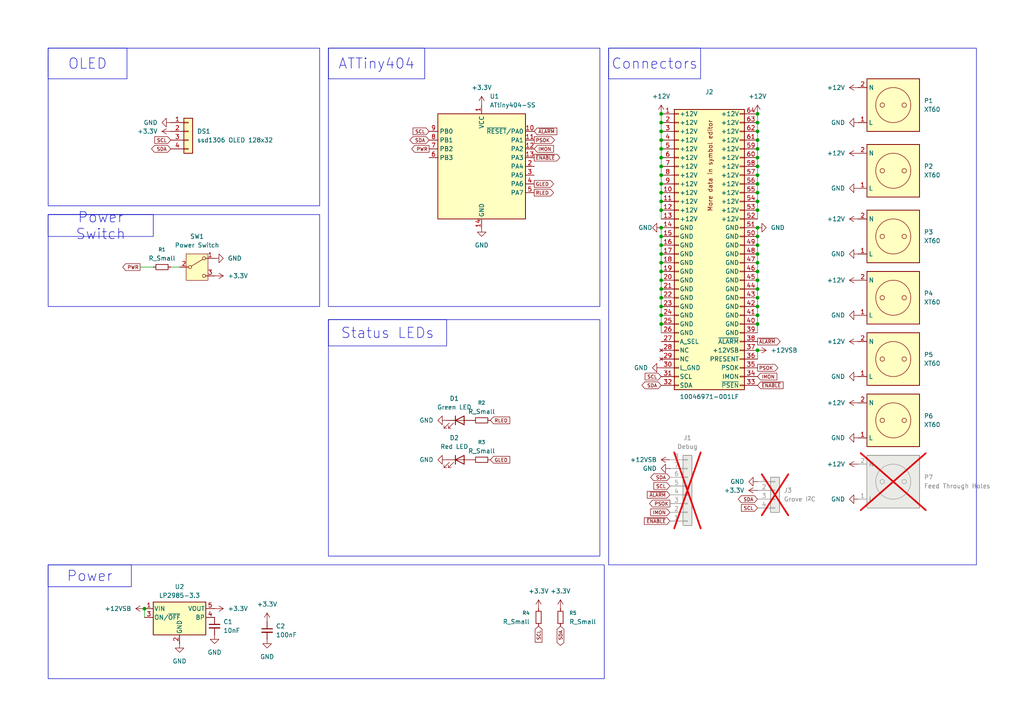
<source format=kicad_sch>
(kicad_sch (version 20250114) (generator "eeschema") (generator_version "9.0")
  (paper "A4")
  (lib_symbols
    (symbol "Connector:Conn_Plug_2P"
      (property "Reference" "P" (at -7.112 8.636 0))
      (property "Value" "Conn_Plug_2P" (at 0.254 -8.89 0))
      (symbol "Conn_Plug_2P_0_1"
        (circle (center 0 0) (radius 5.08))
      )
      (symbol "Conn_Plug_2P_1_1"
        (rectangle (start -7.62 7.62) (end 7.62 -7.62) (stroke (width 0.254)) (fill (type background)))
        (circle (center -3.175 0) (radius 0.635))
        (circle (center 3.175 0) (radius 0.635))
        (pin power_in line (at 10.16 5.08 180) (length 2.54) (name "L") (number "1"))
        (pin power_out line (at 10.16 -5.08 180) (length 2.54) (name "N") (number "2"))
      )
    )
    (symbol "Connector_Generic:Conn_01x04" (pin_names (offset 1.016) (hide yes))
      (property "Reference" "J" (at 0 5.08 0))
      (property "Value" "Conn_01x04" (at 0 -7.62 0))
      (symbol "Conn_01x04_1_1"
        (rectangle (start -1.27 3.81) (end 1.27 -6.35) (stroke (width 0.254)) (fill (type background)))
        (rectangle (start -1.27 2.667) (end 0 2.413) (stroke (width 0.1524)))
        (rectangle (start -1.27 0.127) (end 0 -0.127) (stroke (width 0.1524)))
        (rectangle (start -1.27 -2.413) (end 0 -2.667) (stroke (width 0.1524)))
        (rectangle (start -1.27 -4.953) (end 0 -5.207) (stroke (width 0.1524)))
        (pin passive line (at -5.08 2.54 0) (length 3.81) (name "Pin_1") (number "1"))
        (pin passive line (at -5.08 0 0) (length 3.81) (name "Pin_2") (number "2"))
        (pin passive line (at -5.08 -2.54 0) (length 3.81) (name "Pin_3") (number "3"))
        (pin passive line (at -5.08 -5.08 0) (length 3.81) (name "Pin_4") (number "4"))
      )
    )
    (symbol "Connector_Generic:Conn_01x08" (pin_names (offset 1.016) (hide yes))
      (property "Reference" "J" (at 0 10.16 0))
      (property "Value" "Conn_01x08" (at 0 -12.7 0))
      (symbol "Conn_01x08_1_1"
        (rectangle (start -1.27 8.89) (end 1.27 -11.43) (stroke (width 0.254)) (fill (type background)))
        (rectangle (start -1.27 7.747) (end 0 7.493) (stroke (width 0.1524)))
        (rectangle (start -1.27 5.207) (end 0 4.953) (stroke (width 0.1524)))
        (rectangle (start -1.27 2.667) (end 0 2.413) (stroke (width 0.1524)))
        (rectangle (start -1.27 0.127) (end 0 -0.127) (stroke (width 0.1524)))
        (rectangle (start -1.27 -2.413) (end 0 -2.667) (stroke (width 0.1524)))
        (rectangle (start -1.27 -4.953) (end 0 -5.207) (stroke (width 0.1524)))
        (rectangle (start -1.27 -7.493) (end 0 -7.747) (stroke (width 0.1524)))
        (rectangle (start -1.27 -10.033) (end 0 -10.287) (stroke (width 0.1524)))
        (pin passive line (at -5.08 7.62 0) (length 3.81) (name "Pin_1") (number "1"))
        (pin passive line (at -5.08 5.08 0) (length 3.81) (name "Pin_2") (number "2"))
        (pin passive line (at -5.08 2.54 0) (length 3.81) (name "Pin_3") (number "3"))
        (pin passive line (at -5.08 0 0) (length 3.81) (name "Pin_4") (number "4"))
        (pin passive line (at -5.08 -2.54 0) (length 3.81) (name "Pin_5") (number "5"))
        (pin passive line (at -5.08 -5.08 0) (length 3.81) (name "Pin_6") (number "6"))
        (pin passive line (at -5.08 -7.62 0) (length 3.81) (name "Pin_7") (number "7"))
        (pin passive line (at -5.08 -10.16 0) (length 3.81) (name "Pin_8") (number "8"))
      )
    )
    (symbol "Device:C_Small" (pin_numbers (hide yes)) (pin_names (offset 0.254) (hide yes))
      (property "Reference" "C" (at 0.254 1.778 0))
      (property "Value" "C_Small" (at 0.254 -2.032 0))
      (symbol "C_Small_0_1"
        (polyline (pts (xy -1.524 0.508) (xy 1.524 0.508)) (stroke (width 0.3048)))
        (polyline (pts (xy -1.524 -0.508) (xy 1.524 -0.508)) (stroke (width 0.3302)))
      )
      (symbol "C_Small_1_1"
        (pin passive line (at 0 2.54 270) (length 2.032) (name "~") (number "1"))
        (pin passive line (at 0 -2.54 90) (length 2.032) (name "~") (number "2"))
      )
    )
    (symbol "Device:LED" (pin_numbers (hide yes)) (pin_names (offset 1.016) (hide yes))
      (property "Reference" "D" (at 0 2.54 0))
      (property "Value" "LED" (at 0 -2.54 0))
      (symbol "LED_0_1"
        (polyline (pts (xy -3.048 -0.762) (xy -4.572 -2.286) (xy -3.81 -2.286) (xy -4.572 -2.286) (xy -4.572 -1.524)))
        (polyline (pts (xy -1.778 -0.762) (xy -3.302 -2.286) (xy -2.54 -2.286) (xy -3.302 -2.286) (xy -3.302 -1.524)))
        (polyline (pts (xy -1.27 0) (xy 1.27 0)))
        (polyline (pts (xy -1.27 -1.27) (xy -1.27 1.27)) (stroke (width 0.254)))
        (polyline (pts (xy 1.27 -1.27) (xy 1.27 1.27) (xy -1.27 0) (xy 1.27 -1.27)) (stroke (width 0.254)))
      )
      (symbol "LED_1_1"
        (pin passive line (at -3.81 0 0) (length 2.54) (name "K") (number "1"))
        (pin passive line (at 3.81 0 180) (length 2.54) (name "A") (number "2"))
      )
    )
    (symbol "Device:R_Small" (pin_numbers (hide yes)) (pin_names (offset 0.254) (hide yes))
      (property "Reference" "R" (at 0 0 90))
      (property "Value" "R_Small" (at 1.778 0 90))
      (symbol "R_Small_0_1"
        (rectangle (start -0.762 1.778) (end 0.762 -1.778) (stroke (width 0.2032)))
      )
      (symbol "R_Small_1_1"
        (pin passive line (at 0 2.54 270) (length 0.762) (name "~") (number "1"))
        (pin passive line (at 0 -2.54 90) (length 0.762) (name "~") (number "2"))
      )
    )
    (symbol "Local:DPS-1200FB A" (pin_names (offset 1.524)) (exclude_from_sim yes) (in_bom no) (on_board no)
      (property "Reference" "J" (at 1.27 40.64 0))
      (property "Value" "DPS-1200FB A" (at 1.27 -43.942 0))
      (symbol "DPS-1200FB A_1_1"
        (rectangle (start -8.89 39.37) (end 11.43 -41.91) (stroke (width 0.254)) (fill (type background)))
        (rectangle (start -8.89 38.227) (end -7.62 37.973) (stroke (width 0.1524)))
        (rectangle (start -8.89 35.687) (end -7.62 35.433) (stroke (width 0.1524)))
        (rectangle (start -8.89 33.147) (end -7.62 32.893) (stroke (width 0.1524)))
        (rectangle (start -8.89 30.607) (end -7.62 30.353) (stroke (width 0.1524)))
        (rectangle (start -8.89 28.067) (end -7.62 27.813) (stroke (width 0.1524)))
        (rectangle (start -8.89 25.527) (end -7.62 25.273) (stroke (width 0.1524)))
        (rectangle (start -8.89 22.987) (end -7.62 22.733) (stroke (width 0.1524)))
        (rectangle (start -8.89 20.447) (end -7.62 20.193) (stroke (width 0.1524)))
        (rectangle (start -8.89 17.907) (end -7.62 17.653) (stroke (width 0.1524)))
        (rectangle (start -8.89 15.367) (end -7.62 15.113) (stroke (width 0.1524)))
        (rectangle (start -8.89 12.827) (end -7.62 12.573) (stroke (width 0.1524)))
        (rectangle (start -8.89 10.287) (end -7.62 10.033) (stroke (width 0.1524)))
        (rectangle (start -8.89 7.747) (end -7.62 7.493) (stroke (width 0.1524)))
        (rectangle (start -8.89 5.207) (end -7.62 4.953) (stroke (width 0.1524)))
        (rectangle (start -8.89 2.667) (end -7.62 2.413) (stroke (width 0.1524)))
        (rectangle (start -8.89 0.127) (end -7.62 -0.127) (stroke (width 0.1524)))
        (rectangle (start -8.89 -2.413) (end -7.62 -2.667) (stroke (width 0.1524)))
        (rectangle (start -8.89 -4.953) (end -7.62 -5.207) (stroke (width 0.1524)))
        (rectangle (start -8.89 -7.493) (end -7.62 -7.747) (stroke (width 0.1524)))
        (rectangle (start -8.89 -10.033) (end -7.62 -10.287) (stroke (width 0.1524)))
        (rectangle (start -8.89 -12.573) (end -7.62 -12.827) (stroke (width 0.1524)))
        (rectangle (start -8.89 -15.113) (end -7.62 -15.367) (stroke (width 0.1524)))
        (rectangle (start -8.89 -17.653) (end -7.62 -17.907) (stroke (width 0.1524)))
        (rectangle (start -8.89 -20.193) (end -7.62 -20.447) (stroke (width 0.1524)))
        (rectangle (start -8.89 -22.733) (end -7.62 -22.987) (stroke (width 0.1524)))
        (rectangle (start -8.89 -25.273) (end -7.62 -25.527) (stroke (width 0.1524)))
        (rectangle (start -8.89 -27.813) (end -7.62 -28.067) (stroke (width 0.1524)))
        (rectangle (start -8.89 -30.353) (end -7.62 -30.607) (stroke (width 0.1524)))
        (rectangle (start -8.89 -32.893) (end -7.62 -33.147) (stroke (width 0.1524)))
        (rectangle (start -8.89 -35.433) (end -7.62 -35.687) (stroke (width 0.1524)))
        (rectangle (start -8.89 -37.973) (end -7.62 -38.227) (stroke (width 0.1524)))
        (rectangle (start -8.89 -40.513) (end -7.62 -40.767) (stroke (width 0.1524)))
        (rectangle (start 11.43 38.227) (end 10.16 37.973) (stroke (width 0.1524)))
        (rectangle (start 11.43 35.687) (end 10.16 35.433) (stroke (width 0.1524)))
        (rectangle (start 11.43 33.147) (end 10.16 32.893) (stroke (width 0.1524)))
        (rectangle (start 11.43 30.607) (end 10.16 30.353) (stroke (width 0.1524)))
        (rectangle (start 11.43 28.067) (end 10.16 27.813) (stroke (width 0.1524)))
        (rectangle (start 11.43 25.527) (end 10.16 25.273) (stroke (width 0.1524)))
        (rectangle (start 11.43 22.987) (end 10.16 22.733) (stroke (width 0.1524)))
        (rectangle (start 11.43 20.447) (end 10.16 20.193) (stroke (width 0.1524)))
        (rectangle (start 11.43 17.907) (end 10.16 17.653) (stroke (width 0.1524)))
        (rectangle (start 11.43 15.367) (end 10.16 15.113) (stroke (width 0.1524)))
        (rectangle (start 11.43 12.827) (end 10.16 12.573) (stroke (width 0.1524)))
        (rectangle (start 11.43 10.287) (end 10.16 10.033) (stroke (width 0.1524)))
        (rectangle (start 11.43 7.747) (end 10.16 7.493) (stroke (width 0.1524)))
        (rectangle (start 11.43 5.207) (end 10.16 4.953) (stroke (width 0.1524)))
        (rectangle (start 11.43 2.667) (end 10.16 2.413) (stroke (width 0.1524)))
        (rectangle (start 11.43 0.127) (end 10.16 -0.127) (stroke (width 0.1524)))
        (rectangle (start 11.43 -2.413) (end 10.16 -2.667) (stroke (width 0.1524)))
        (rectangle (start 11.43 -4.953) (end 10.16 -5.207) (stroke (width 0.1524)))
        (rectangle (start 11.43 -7.493) (end 10.16 -7.747) (stroke (width 0.1524)))
        (rectangle (start 11.43 -10.033) (end 10.16 -10.287) (stroke (width 0.1524)))
        (rectangle (start 11.43 -12.573) (end 10.16 -12.827) (stroke (width 0.1524)))
        (rectangle (start 11.43 -15.113) (end 10.16 -15.367) (stroke (width 0.1524)))
        (rectangle (start 11.43 -17.653) (end 10.16 -17.907) (stroke (width 0.1524)))
        (rectangle (start 11.43 -20.193) (end 10.16 -20.447) (stroke (width 0.1524)))
        (rectangle (start 11.43 -22.733) (end 10.16 -22.987) (stroke (width 0.1524)))
        (rectangle (start 11.43 -25.273) (end 10.16 -25.527) (stroke (width 0.1524)))
        (rectangle (start 11.43 -27.813) (end 10.16 -28.067) (stroke (width 0.1524)))
        (rectangle (start 11.43 -30.353) (end 10.16 -30.607) (stroke (width 0.1524)))
        (rectangle (start 11.43 -32.893) (end 10.16 -33.147) (stroke (width 0.1524)))
        (rectangle (start 11.43 -35.433) (end 10.16 -35.687) (stroke (width 0.1524)))
        (rectangle (start 11.43 -37.973) (end 10.16 -38.227) (stroke (width 0.1524)))
        (rectangle (start 11.43 -40.513) (end 10.16 -40.767) (stroke (width 0.1524)))
        (text private "1-13\n52-64\n14-26\n39-51\n27\n28-29\n30\n31\n32\n32\n34\n35\n36\n37\n38" (at -10.16 -47.244 0) (effects (font (size 1.27 1.27)) (justify right top)))
        (text private "+12V Main Output\n+12V Main Output\nGround Main Output\nGround Main Output\nPMBus/I²C Address select\nNot Connected\nLogic Ground (+3.3V)\nSCL  I²C communication (PMBus)\nSDA  I²C communication (PMBus)\nEN   PS Enable, Active Low\nIMON Current Monitor\nPSOK Power-good status output\nPRESENT, enable turn-on, Active Low\nStandby 12 V always on\nPSU Alarm Output, Active Low" (at -8.636 -47.244 0) (effects (font (size 1.27 1.27)) (justify left top)))
        (text "More data in symbol editor" (at 1.524 23.114 900) (effects (font (size 1.27 1.27))))
        (text private "How to Use / Power It On\n\nManual (quick) method:\n\nTie Pin 33 (EN) to GND (pin 30)\nTie Pin 36 (PRESENT) to 12 VSB (pin 37)\nThis lets the PSU turn on and provide 12 V on the main output pins \n\n\nRecommended (cleaner) method:\n\nUse 12 VSB (pin 37) to power your control logic (microcontroller or switch)\nPull EN (pin 33) low using logic output to GND\nSet PRESENT (pin 36) high (to 12 VSB) to signal presence and enable\nMonitor PSOK (pin 35) to know when output is stable\nOptionally use I²C lines (31/32) to read telemetry, control fans, etc" (at 61.468 21.59 0) (effects (font (size 1.27 1.27))))
        (text_box private "PSALARM = Active Low / signals faults via PMBus\n+12VSTDBY = always on 12V\nPRSNT = PS connected\nIMON = Current Sense (25mV/A above 3A)\nIMON allows load-balancing when paralleling multiple PSUs\n~{PSEN} = GND to turn on supply" (at -84.455 -3.175 0) (size 42.545 -26.67) (margins 1.016 1.016 1.016 1.016) (effects (font (size 1.27 1.27)) (justify left top)))
        (text_box private "Pin 33 (PS_ON / Remote Enable): Pull to GND to turn on PSU\nPin 36 (PRESENT / Sense): Needs short to GND for PSU to power up\nPin 30 (PWR_OK): Goes high (+3.3 V logic) when 12 V is stable\nPin 31 (SCL) & Pin 32 (SDA): I²C/SMBus (for monitoring, not required for normal use)\n\n# To Power On \nShort PS_ON (Pin 33) to GND.\nAlso connect PRESENT (Pin 36) to GND.\nPSU will then output +12.3 V (regulated)." (at -81.915 -40.64 0) (size 53.34 -34.925) (margins 1.016 1.016 1.016 1.016) (effects (font (size 1.27 1.27)) (justify left top)))
        (pin power_out line (at -12.7 38.1 0) (length 3.81) (name "+12V") (number "1"))
        (pin power_out line (at -12.7 35.56 0) (length 3.81) (name "+12V") (number "2"))
        (pin power_out line (at -12.7 33.02 0) (length 3.81) (name "+12V") (number "3"))
        (pin power_out line (at -12.7 30.48 0) (length 3.81) (name "+12V") (number "4"))
        (pin power_out line (at -12.7 27.94 0) (length 3.81) (name "+12V") (number "5"))
        (pin power_out line (at -12.7 25.4 0) (length 3.81) (name "+12V") (number "6"))
        (pin power_out line (at -12.7 22.86 0) (length 3.81) (name "+12V") (number "7"))
        (pin power_out line (at -12.7 20.32 0) (length 3.81) (name "+12V") (number "8"))
        (pin power_out line (at -12.7 17.78 0) (length 3.81) (name "+12V") (number "9"))
        (pin power_out line (at -12.7 15.24 0) (length 3.81) (name "+12V") (number "10"))
        (pin power_out line (at -12.7 12.7 0) (length 3.81) (name "+12V") (number "11"))
        (pin power_out line (at -12.7 10.16 0) (length 3.81) (name "+12V") (number "12"))
        (pin power_out line (at -12.7 7.62 0) (length 3.81) (name "+12V") (number "13"))
        (pin power_out line (at -12.7 5.08 0) (length 3.81) (name "GND") (number "14"))
        (pin power_out line (at -12.7 2.54 0) (length 3.81) (name "GND") (number "15"))
        (pin power_out line (at -12.7 0 0) (length 3.81) (name "GND") (number "16"))
        (pin power_out line (at -12.7 -2.54 0) (length 3.81) (name "GND") (number "17"))
        (pin power_out line (at -12.7 -5.08 0) (length 3.81) (name "GND") (number "18"))
        (pin power_out line (at -12.7 -7.62 0) (length 3.81) (name "GND") (number "19"))
        (pin power_out line (at -12.7 -10.16 0) (length 3.81) (name "GND") (number "20"))
        (pin power_out line (at -12.7 -12.7 0) (length 3.81) (name "GND") (number "21"))
        (pin power_out line (at -12.7 -15.24 0) (length 3.81) (name "GND") (number "22"))
        (pin power_out line (at -12.7 -17.78 0) (length 3.81) (name "GND") (number "23"))
        (pin power_out line (at -12.7 -20.32 0) (length 3.81) (name "GND") (number "24"))
        (pin power_out line (at -12.7 -22.86 0) (length 3.81) (name "GND") (number "25"))
        (pin power_out line (at -12.7 -25.4 0) (length 3.81) (name "GND") (number "26"))
        (pin input line (at -12.7 -27.94 0) (length 3.81) (name "A_SEL") (number "27"))
        (pin no_connect line (at -12.7 -30.48 0) (length 3.81) (name "NC") (number "28"))
        (pin no_connect line (at -12.7 -33.02 0) (length 3.81) (name "NC") (number "29"))
        (pin power_out line (at -12.7 -35.56 0) (length 3.81) (name "L_GND") (number "30"))
        (pin bidirectional line (at -12.7 -38.1 0) (length 3.81) (name "SCL") (number "31"))
        (pin bidirectional line (at -12.7 -40.64 0) (length 3.81) (name "SDA") (number "32"))
        (pin power_out line (at 15.24 38.1 180) (length 3.81) (name "+12V") (number "64"))
        (pin power_out line (at 15.24 35.56 180) (length 3.81) (name "+12V") (number "63"))
        (pin power_out line (at 15.24 33.02 180) (length 3.81) (name "+12V") (number "62"))
        (pin power_out line (at 15.24 30.48 180) (length 3.81) (name "+12V") (number "61"))
        (pin power_out line (at 15.24 27.94 180) (length 3.81) (name "+12V") (number "59"))
        (pin power_out line (at 15.24 25.4 180) (length 3.81) (name "+12V") (number "60"))
        (pin power_out line (at 15.24 22.86 180) (length 3.81) (name "+12V") (number "58"))
        (pin power_out line (at 15.24 20.32 180) (length 3.81) (name "+12V") (number "57"))
        (pin power_out line (at 15.24 17.78 180) (length 3.81) (name "+12V") (number "56"))
        (pin power_out line (at 15.24 15.24 180) (length 3.81) (name "+12V") (number "55"))
        (pin power_out line (at 15.24 12.7 180) (length 3.81) (name "+12V") (number "54"))
        (pin power_out line (at 15.24 10.16 180) (length 3.81) (name "+12V") (number "53"))
        (pin power_out line (at 15.24 7.62 180) (length 3.81) (name "+12V") (number "52"))
        (pin power_out line (at 15.24 5.08 180) (length 3.81) (name "GND") (number "51"))
        (pin power_out line (at 15.24 2.54 180) (length 3.81) (name "GND") (number "50"))
        (pin power_out line (at 15.24 0 180) (length 3.81) (name "GND") (number "49"))
        (pin power_out line (at 15.24 -2.54 180) (length 3.81) (name "GND") (number "48"))
        (pin power_out line (at 15.24 -5.08 180) (length 3.81) (name "GND") (number "47"))
        (pin power_out line (at 15.24 -7.62 180) (length 3.81) (name "GND") (number "46"))
        (pin power_out line (at 15.24 -10.16 180) (length 3.81) (name "GND") (number "45"))
        (pin power_out line (at 15.24 -12.7 180) (length 3.81) (name "GND") (number "44"))
        (pin power_out line (at 15.24 -15.24 180) (length 3.81) (name "GND") (number "43"))
        (pin power_out line (at 15.24 -17.78 180) (length 3.81) (name "GND") (number "42"))
        (pin power_out line (at 15.24 -20.32 180) (length 3.81) (name "GND") (number "41"))
        (pin power_out line (at 15.24 -22.86 180) (length 3.81) (name "GND") (number "40"))
        (pin power_out line (at 15.24 -25.4 180) (length 3.81) (name "GND") (number "39"))
        (pin output line (at 15.24 -27.94 180) (length 3.81) (name "~{ALARM}") (number "38"))
        (pin power_out line (at 15.24 -30.48 180) (length 3.81) (name "+12VSB") (number "37"))
        (pin input line (at 15.24 -33.02 180) (length 3.81) (name "PRESENT") (number "36"))
        (pin output line (at 15.24 -35.56 180) (length 3.81) (name "PSOK") (number "35"))
        (pin bidirectional line (at 15.24 -38.1 180) (length 3.81) (name "IMON") (number "34"))
        (pin input line (at 15.24 -40.64 180) (length 3.81) (name "~{PSEN}") (number "33"))
      )
    )
    (symbol "MCU_Microchip_ATtiny:ATtiny404-SS"
      (property "Reference" "U" (at -12.7 16.51 0))
      (property "Value" "ATtiny404-SS" (at 2.54 -16.51 0))
      (symbol "ATtiny404-SS_0_1"
        (rectangle (start -12.7 -15.24) (end 12.7 15.24) (stroke (width 0.254)) (fill (type background)))
      )
      (symbol "ATtiny404-SS_1_1"
        (pin bidirectional line (at -15.24 10.16 0) (length 2.54) (name "PB0") (number "9"))
        (pin bidirectional line (at -15.24 7.62 0) (length 2.54) (name "PB1") (number "8"))
        (pin bidirectional line (at -15.24 5.08 0) (length 2.54) (name "PB2") (number "7"))
        (pin bidirectional line (at -15.24 2.54 0) (length 2.54) (name "PB3") (number "6"))
        (pin power_in line (at 0 17.78 270) (length 2.54) (name "VCC") (number "1"))
        (pin power_in line (at 0 -17.78 90) (length 2.54) (name "GND") (number "14"))
        (pin bidirectional line (at 15.24 10.16 180) (length 2.54) (name "~{RESET}/PA0") (number "10"))
        (pin bidirectional line (at 15.24 7.62 180) (length 2.54) (name "PA1") (number "11"))
        (pin bidirectional line (at 15.24 5.08 180) (length 2.54) (name "PA2") (number "12"))
        (pin bidirectional line (at 15.24 2.54 180) (length 2.54) (name "PA3") (number "13"))
        (pin bidirectional line (at 15.24 0 180) (length 2.54) (name "PA4") (number "2"))
        (pin bidirectional line (at 15.24 -2.54 180) (length 2.54) (name "PA5") (number "3"))
        (pin bidirectional line (at 15.24 -5.08 180) (length 2.54) (name "PA6") (number "4"))
        (pin bidirectional line (at 15.24 -7.62 180) (length 2.54) (name "PA7") (number "5"))
      )
    )
    (symbol "Regulator_Linear:LP2985-3.3" (pin_names (offset 0.254))
      (property "Reference" "U" (at -6.35 5.715 0))
      (property "Value" "LP2985-3.3" (at 0 5.715 0))
      (symbol "LP2985-3.3_0_1"
        (rectangle (start -7.62 -5.08) (end 7.62 4.445) (stroke (width 0.254)) (fill (type background)))
      )
      (symbol "LP2985-3.3_1_1"
        (pin power_in line (at -10.16 2.54 0) (length 2.54) (name "VIN") (number "1"))
        (pin input line (at -10.16 0 0) (length 2.54) (name "ON/~{OFF}") (number "3"))
        (pin power_in line (at 0 -7.62 90) (length 2.54) (name "GND") (number "2"))
        (pin power_out line (at 10.16 2.54 180) (length 2.54) (name "VOUT") (number "5"))
        (pin input line (at 10.16 0 180) (length 2.54) (name "BP") (number "4"))
      )
    )
    (symbol "Switch:SW_SPDT" (pin_names (offset 0) (hide yes))
      (property "Reference" "SW" (at 0 5.08 0))
      (property "Value" "SW_SPDT" (at 0 -5.08 0))
      (symbol "SW_SPDT_0_1"
        (circle (center -2.032 0) (radius 0.4572))
        (polyline (pts (xy -1.651 0.254) (xy 1.651 2.286)))
        (circle (center 2.032 2.54) (radius 0.4572))
        (circle (center 2.032 -2.54) (radius 0.4572))
      )
      (symbol "SW_SPDT_1_1"
        (rectangle (start -3.175 3.81) (end 3.175 -3.81) (fill (type background)))
        (pin passive line (at -5.08 0 0) (length 2.54) (name "B") (number "2"))
        (pin passive line (at 5.08 2.54 180) (length 2.54) (name "A") (number "1"))
        (pin passive line (at 5.08 -2.54 180) (length 2.54) (name "C") (number "3"))
      )
    )
    (symbol "power:+12C" (power) (pin_numbers (hide yes)) (pin_names (offset 0) (hide yes))
      (property "Value" "+12C" (at 0 3.556 0))
      (symbol "+12C_0_1"
        (polyline (pts (xy -0.762 1.27) (xy 0 2.54)))
        (polyline (pts (xy 0 2.54) (xy 0.762 1.27)))
        (polyline (pts (xy 0 0) (xy 0 2.54)))
      )
      (symbol "+12C_1_1"
        (pin power_in line (at 0 0 90) (length 0) (name "~") (number "1"))
      )
    )
    (symbol "power:+12V" (power) (pin_numbers (hide yes)) (pin_names (offset 0) (hide yes))
      (property "Value" "+12V" (at 0 3.556 0))
      (symbol "+12V_0_1"
        (polyline (pts (xy -0.762 1.27) (xy 0 2.54)))
        (polyline (pts (xy 0 2.54) (xy 0.762 1.27)))
        (polyline (pts (xy 0 0) (xy 0 2.54)))
      )
      (symbol "+12V_1_1"
        (pin power_in line (at 0 0 90) (length 0) (name "~") (number "1"))
      )
    )
    (symbol "power:+3.3V" (power) (pin_numbers (hide yes)) (pin_names (offset 0) (hide yes))
      (property "Value" "+3.3V" (at 0 3.556 0))
      (symbol "+3.3V_0_1"
        (polyline (pts (xy -0.762 1.27) (xy 0 2.54)))
        (polyline (pts (xy 0 2.54) (xy 0.762 1.27)))
        (polyline (pts (xy 0 0) (xy 0 2.54)))
      )
      (symbol "+3.3V_1_1"
        (pin power_in line (at 0 0 90) (length 0) (name "~") (number "1"))
      )
    )
    (symbol "power:GND" (power) (pin_numbers (hide yes)) (pin_names (offset 0) (hide yes))
      (property "Value" "GND" (at 0 -3.81 0))
      (symbol "GND_0_1"
        (polyline (pts (xy 0 0) (xy 0 -1.27) (xy 1.27 -1.27) (xy 0 -2.54) (xy -1.27 -1.27) (xy 0 -1.27)))
      )
      (symbol "GND_1_1"
        (pin power_in line (at 0 0 270) (length 0) (name "~") (number "1"))
      )
    )
  )
  (rectangle (start 176.53 13.97) (end 283.21 163.83))
  (rectangle (start 13.97 13.97) (end 92.71 59.69))
  (rectangle (start 95.25 13.97) (end 173.99 88.9))
  (rectangle (start 13.97 163.83) (end 175.26 196.85))
  (rectangle (start 13.97 62.23) (end 92.71 88.9))
  (rectangle (start 95.25 92.71) (end 173.99 161.29))
  (text_box "Power" (at 13.97 163.83 0) (size 24.13 6.35) (margins 0.9525 0.9525 0.9525 0.9525) (effects (font (size 3 3))))
  (text_box "Connectors" (at 176.53 13.97 0) (size 26.67 8.89) (margins 0.9525 0.9525 0.9525 0.9525) (effects (font (size 3 3))))
  (text_box "OLED" (at 13.97 13.97 0) (size 22.86 8.89) (margins 0.9525 0.9525 0.9525 0.9525) (effects (font (size 3 3))))
  (text_box "ATTiny404" (at 95.25 13.97 0) (size 27.94 8.89) (margins 0.9525 0.9525 0.9525 0.9525) (effects (font (size 3 3))))
  (text_box "Status LEDs" (at 95.25 92.71 0) (size 34.29 7.62) (margins 0.9525 0.9525 0.9525 0.9525) (effects (font (size 3 3))))
  (text_box "Power Switch" (at 13.97 62.23 0) (size 30.48 6.35) (margins 0.9525 0.9525 0.9525 0.9525) (effects (font (size 3 3))))
  (junction (at 191.77 86.36))
  (junction (at 191.77 48.26))
  (junction (at 219.71 73.66))
  (junction (at 191.77 66.04))
  (junction (at 219.71 58.42))
  (junction (at 219.71 35.56))
  (junction (at 219.71 83.82))
  (junction (at 191.77 60.96))
  (junction (at 191.77 58.42))
  (junction (at 191.77 88.9))
  (junction (at 219.71 71.12))
  (junction (at 219.71 66.04))
  (junction (at 191.77 50.8))
  (junction (at 191.77 76.2))
  (junction (at 219.71 60.96))
  (junction (at 219.71 88.9))
  (junction (at 219.71 48.26))
  (junction (at 219.71 55.88))
  (junction (at 191.77 68.58))
  (junction (at 219.71 45.72))
  (junction (at 191.77 35.56))
  (junction (at 219.71 50.8))
  (junction (at 219.71 91.44))
  (junction (at 219.71 81.28))
  (junction (at 219.71 76.2))
  (junction (at 191.77 73.66))
  (junction (at 219.71 43.18))
  (junction (at 219.71 93.98))
  (junction (at 191.77 43.18))
  (junction (at 191.77 33.02))
  (junction (at 219.71 40.64))
  (junction (at 191.77 38.1))
  (junction (at 219.71 33.02))
  (junction (at 41.91 176.53))
  (junction (at 191.77 78.74))
  (junction (at 191.77 55.88))
  (junction (at 219.71 53.34))
  (junction (at 191.77 91.44))
  (junction (at 191.77 53.34))
  (junction (at 191.77 93.98))
  (junction (at 191.77 83.82))
  (junction (at 219.71 101.6))
  (junction (at 191.77 45.72))
  (junction (at 219.71 78.74))
  (junction (at 219.71 38.1))
  (junction (at 191.77 71.12))
  (junction (at 191.77 40.64))
  (junction (at 219.71 86.36))
  (junction (at 219.71 68.58))
  (junction (at 191.77 81.28))
  (wire (pts (xy 219.71 68.58) (xy 219.71 71.12)))
  (wire (pts (xy 191.77 45.72) (xy 191.77 48.26)))
  (wire (pts (xy 40.64 77.47) (xy 44.45 77.47)))
  (wire (pts (xy 191.77 48.26) (xy 191.77 50.8)))
  (wire (pts (xy 191.77 58.42) (xy 191.77 60.96)))
  (wire (pts (xy 219.71 101.6) (xy 219.71 104.14)))
  (wire (pts (xy 219.71 88.9) (xy 219.71 91.44)))
  (wire (pts (xy 191.77 53.34) (xy 191.77 55.88)))
  (wire (pts (xy 219.71 66.04) (xy 219.71 68.58)))
  (wire (pts (xy 219.71 35.56) (xy 219.71 38.1)))
  (wire (pts (xy 191.77 43.18) (xy 191.77 45.72)))
  (wire (pts (xy 191.77 81.28) (xy 191.77 83.82)))
  (wire (pts (xy 219.71 93.98) (xy 219.71 96.52)))
  (wire (pts (xy 191.77 66.04) (xy 191.77 68.58)))
  (wire (pts (xy 49.53 77.47) (xy 52.07 77.47)))
  (wire (pts (xy 191.77 68.58) (xy 191.77 71.12)))
  (wire (pts (xy 191.77 40.64) (xy 191.77 43.18)))
  (wire (pts (xy 219.71 83.82) (xy 219.71 86.36)))
  (wire (pts (xy 191.77 55.88) (xy 191.77 58.42)))
  (wire (pts (xy 191.77 35.56) (xy 191.77 38.1)))
  (wire (pts (xy 219.71 78.74) (xy 219.71 81.28)))
  (wire (pts (xy 219.71 81.28) (xy 219.71 83.82)))
  (wire (pts (xy 219.71 50.8) (xy 219.71 53.34)))
  (wire (pts (xy 191.77 33.02) (xy 191.77 35.56)))
  (wire (pts (xy 219.71 71.12) (xy 219.71 73.66)))
  (wire (pts (xy 219.71 58.42) (xy 219.71 60.96)))
  (wire (pts (xy 191.77 86.36) (xy 191.77 88.9)))
  (wire (pts (xy 191.77 73.66) (xy 191.77 76.2)))
  (wire (pts (xy 219.71 73.66) (xy 219.71 76.2)))
  (wire (pts (xy 191.77 71.12) (xy 191.77 73.66)))
  (wire (pts (xy 41.91 176.53) (xy 41.91 179.07)))
  (wire (pts (xy 219.71 33.02) (xy 219.71 35.56)))
  (wire (pts (xy 219.71 45.72) (xy 219.71 48.26)))
  (wire (pts (xy 219.71 60.96) (xy 219.71 63.5)))
  (wire (pts (xy 191.77 50.8) (xy 191.77 53.34)))
  (wire (pts (xy 191.77 88.9) (xy 191.77 91.44)))
  (wire (pts (xy 219.71 40.64) (xy 219.71 43.18)))
  (wire (pts (xy 191.77 76.2) (xy 191.77 78.74)))
  (wire (pts (xy 219.71 43.18) (xy 219.71 45.72)))
  (wire (pts (xy 191.77 38.1) (xy 191.77 40.64)))
  (wire (pts (xy 219.71 48.26) (xy 219.71 50.8)))
  (wire (pts (xy 219.71 91.44) (xy 219.71 93.98)))
  (wire (pts (xy 219.71 76.2) (xy 219.71 78.74)))
  (wire (pts (xy 219.71 38.1) (xy 219.71 40.64)))
  (wire (pts (xy 219.71 53.34) (xy 219.71 55.88)))
  (wire (pts (xy 219.71 55.88) (xy 219.71 58.42)))
  (wire (pts (xy 191.77 60.96) (xy 191.77 63.5)))
  (wire (pts (xy 191.77 83.82) (xy 191.77 86.36)))
  (wire (pts (xy 191.77 78.74) (xy 191.77 81.28)))
  (wire (pts (xy 219.71 86.36) (xy 219.71 88.9)))
  (wire (pts (xy 191.77 93.98) (xy 191.77 96.52)))
  (wire (pts (xy 191.77 91.44) (xy 191.77 93.98)))
  (global_label "~{ALARM}" (shape output) (at 219.71 99.06 0) (effects (font (size 1 1))) (property "Intersheetrefs" "${INTERSHEET_REFS}" (effects (hide yes))))
  (global_label "RLED" (shape input) (at 142.24 121.92 0) (effects (font (size 1 1))) (property "Intersheetrefs" "${INTERSHEET_REFS}" (effects (hide yes))))
  (global_label "SDA" (shape bidirectional) (at 191.77 111.76 180) (effects (font (size 1 1))) (property "Intersheetrefs" "${INTERSHEET_REFS}" (effects (hide yes))))
  (global_label "IMON" (shape input) (at 154.94 43.18 0) (effects (font (size 1 1))) (property "Intersheetrefs" "${INTERSHEET_REFS}" (effects (hide yes))))
  (global_label "~{ALARM}" (shape input) (at 154.94 38.1 0) (effects (font (size 1 1))) (property "Intersheetrefs" "${INTERSHEET_REFS}" (effects (hide yes))))
  (global_label "SDA" (shape bidirectional) (at 124.46 40.64 180) (effects (font (size 1 1))) (property "Intersheetrefs" "${INTERSHEET_REFS}" (effects (hide yes))))
  (global_label "RLED" (shape output) (at 154.94 55.88 0) (effects (font (size 1 1))) (property "Intersheetrefs" "${INTERSHEET_REFS}" (effects (hide yes))))
  (global_label "IMON" (shape input) (at 219.71 109.22 0) (effects (font (size 1 1))) (property "Intersheetrefs" "${INTERSHEET_REFS}" (effects (hide yes))))
  (global_label "SCL" (shape input) (at 194.31 140.97 180) (effects (font (size 1 1))) (property "Intersheetrefs" "${INTERSHEET_REFS}" (effects (hide yes))))
  (global_label "SCL" (shape input) (at 156.21 181.61 270) (effects (font (size 1 1))) (property "Intersheetrefs" "${INTERSHEET_REFS}" (effects (hide yes))))
  (global_label "SDA" (shape bidirectional) (at 194.31 138.43 180) (effects (font (size 1 1))) (property "Intersheetrefs" "${INTERSHEET_REFS}" (effects (hide yes))))
  (global_label "SCL" (shape input) (at 124.46 38.1 180) (effects (font (size 1 1))) (property "Intersheetrefs" "${INTERSHEET_REFS}" (effects (hide yes))))
  (global_label "~{ENABLE}" (shape input) (at 219.71 111.76 0) (effects (font (size 1 1))) (property "Intersheetrefs" "${INTERSHEET_REFS}" (effects (hide yes))))
  (global_label "~{ALARM}" (shape input) (at 194.31 143.51 180) (effects (font (size 1 1))) (property "Intersheetrefs" "${INTERSHEET_REFS}" (effects (hide yes))))
  (global_label "IMON" (shape input) (at 194.31 148.59 180) (effects (font (size 1 1))) (property "Intersheetrefs" "${INTERSHEET_REFS}" (effects (hide yes))))
  (global_label "~{ENABLE}" (shape output) (at 154.94 45.72 0) (effects (font (size 1 1))) (property "Intersheetrefs" "${INTERSHEET_REFS}" (effects (hide yes))))
  (global_label "SCL" (shape input) (at 191.77 109.22 180) (effects (font (size 1 1))) (property "Intersheetrefs" "${INTERSHEET_REFS}" (effects (hide yes))))
  (global_label "~{ENABLE}" (shape input) (at 194.31 151.13 180) (effects (font (size 1 1))) (property "Intersheetrefs" "${INTERSHEET_REFS}" (effects (hide yes))))
  (global_label "PSOK" (shape output) (at 194.31 146.05 180) (effects (font (size 1 1))) (property "Intersheetrefs" "${INTERSHEET_REFS}" (effects (hide yes))))
  (global_label "PWR" (shape output) (at 40.64 77.47 180) (effects (font (size 1 1))) (property "Intersheetrefs" "${INTERSHEET_REFS}" (effects (hide yes))))
  (global_label "PWR" (shape output) (at 124.46 43.18 180) (effects (font (size 1 1))) (property "Intersheetrefs" "${INTERSHEET_REFS}" (effects (hide yes))))
  (global_label "SDA" (shape bidirectional) (at 219.71 144.78 180) (effects (font (size 1 1))) (property "Intersheetrefs" "${INTERSHEET_REFS}" (effects (hide yes))))
  (global_label "GLED" (shape output) (at 154.94 53.34 0) (effects (font (size 1 1))) (property "Intersheetrefs" "${INTERSHEET_REFS}" (effects (hide yes))))
  (global_label "PSOK" (shape output) (at 219.71 106.68 0) (effects (font (size 1 1))) (property "Intersheetrefs" "${INTERSHEET_REFS}" (effects (hide yes))))
  (global_label "PSOK" (shape output) (at 154.94 40.64 0) (effects (font (size 1 1))) (property "Intersheetrefs" "${INTERSHEET_REFS}" (effects (hide yes))))
  (global_label "SDA" (shape bidirectional) (at 49.53 43.18 180) (effects (font (size 1 1))) (property "Intersheetrefs" "${INTERSHEET_REFS}" (effects (hide yes))))
  (global_label "SDA" (shape bidirectional) (at 162.56 181.61 270) (effects (font (size 1 1))) (property "Intersheetrefs" "${INTERSHEET_REFS}" (effects (hide yes))))
  (global_label "SCL" (shape input) (at 49.53 40.64 180) (effects (font (size 1 1))) (property "Intersheetrefs" "${INTERSHEET_REFS}" (effects (hide yes))))
  (global_label "SCL" (shape input) (at 219.71 147.32 180) (effects (font (size 1 1))) (property "Intersheetrefs" "${INTERSHEET_REFS}" (effects (hide yes))))
  (global_label "GLED" (shape input) (at 142.24 133.35 0) (effects (font (size 1 1))) (property "Intersheetrefs" "${INTERSHEET_REFS}" (effects (hide yes))))
  (symbol (lib_id "Connector:Conn_Plug_2P") (at 259.08 30.48 180) (unit 1)
    (property "Reference" "P1" (at 267.97 29.2099 0) (effects (justify right)))
    (property "Value" "XT60" (at 267.97 31.7499 0) (effects (justify right)))
    (property "Footprint" "Connector_AMASS:AMASS_XT60-F_1x02_P7.20mm_Vertical" (effects (hide yes)))
    (property "Datasheet" "https://docs.rs-online.com/4610/A700000008956683.pdf" (effects (hide yes)))
    (property "Description" "2 Pins non-protected generic plug" (effects (hide yes)))
  )
  (symbol (lib_id "Connector:Conn_Plug_2P") (at 259.08 121.92 180) (unit 1)
    (property "Reference" "P6" (at 267.97 120.6499 0) (effects (justify right)))
    (property "Value" "XT60" (at 267.97 123.1899 0) (effects (justify right)))
    (property "Footprint" "Connector_AMASS:AMASS_XT60-F_1x02_P7.20mm_Vertical" (effects (hide yes)))
    (property "Datasheet" "https://docs.rs-online.com/4610/A700000008956683.pdf" (effects (hide yes)))
    (property "Description" "2 Pins non-protected generic plug" (effects (hide yes)))
  )
  (symbol (lib_id "Connector:Conn_Plug_2P") (at 259.08 68.58 180) (unit 1)
    (property "Reference" "P3" (at 267.97 67.3099 0) (effects (justify right)))
    (property "Value" "XT60" (at 267.97 69.8499 0) (effects (justify right)))
    (property "Footprint" "Connector_AMASS:AMASS_XT60-F_1x02_P7.20mm_Vertical" (effects (hide yes)))
    (property "Datasheet" "https://docs.rs-online.com/4610/A700000008956683.pdf" (effects (hide yes)))
    (property "Description" "2 Pins non-protected generic plug" (effects (hide yes)))
  )
  (symbol (lib_id "power:GND") (at 77.47 185.42 0) (unit 1)
    (property "Reference" "#PWR010" (effects (hide yes)))
    (property "Value" "GND" (at 77.47 190.5 0))
    (property "Description" "Power symbol creates a global label with name \"GND\" , ground" (effects (hide yes)))
  )
  (symbol (lib_id "power:GND") (at 194.31 135.89 270) (unit 1)
    (property "Reference" "#PWR021" (effects (hide yes)))
    (property "Value" "GND" (at 190.5 135.8899 90) (effects (justify right)))
    (property "Description" "Power symbol creates a global label with name \"GND\" , ground" (effects (hide yes)))
  )
  (symbol (lib_id "Device:R_Small") (at 46.99 77.47 90) (unit 1)
    (property "Reference" "R1" (at 46.99 72.39 90) (effects (font (size 1.016 1.016))))
    (property "Value" "R_Small" (at 46.99 74.93 90))
    (property "Footprint" "PCM_Resistor_SMD_AKL:R_0805_2012Metric_Pad1.15x1.40mm" (effects (hide yes)))
    (property "Description" "Resistor, small symbol" (effects (hide yes)))
  )
  (symbol (lib_id "power:+12V") (at 248.92 99.06 90) (unit 1)
    (property "Reference" "#PWR035" (effects (hide yes)))
    (property "Value" "+12V" (at 245.11 99.0599 90) (effects (justify left)))
    (property "Description" "Power symbol creates a global label with name \"+12V\"" (effects (hide yes)))
  )
  (symbol (lib_id "power:+3.3V") (at 77.47 180.34 0) (unit 1)
    (property "Reference" "#PWR09" (effects (hide yes)))
    (property "Value" "+3.3V" (at 77.47 175.26 0))
    (property "Description" "Power symbol creates a global label with name \"+3.3V\"" (effects (hide yes)))
  )
  (symbol (lib_id "power:+12C") (at 219.71 101.6 270) (unit 1)
    (property "Reference" "#PWR024" (effects (hide yes)))
    (property "Value" "+12VSB" (at 223.52 101.5999 90) (effects (justify left)))
    (property "Description" "Power symbol creates a global label with name \"+12C\"" (effects (hide yes)))
  )
  (symbol (lib_id "Device:R_Small") (at 139.7 133.35 90) (unit 1)
    (property "Reference" "R3" (at 139.7 128.27 90) (effects (font (size 1.016 1.016))))
    (property "Value" "R_Small" (at 139.7 130.81 90))
    (property "Footprint" "PCM_Resistor_SMD_AKL:R_0805_2012Metric_Pad1.15x1.40mm" (effects (hide yes)))
    (property "Description" "Current Limit Resistor" (effects (hide yes)))
  )
  (symbol (lib_id "power:GND") (at 139.7 66.04 0) (unit 1)
    (property "Reference" "#PWR014" (effects (hide yes)))
    (property "Value" "GND" (at 139.7 71.12 0))
    (property "Description" "Power symbol creates a global label with name \"GND\" , ground" (effects (hide yes)))
  )
  (symbol (lib_id "Device:R_Small") (at 162.56 179.07 0) (unit 1)
    (property "Reference" "R5" (at 165.1 177.7999 0) (effects (font (size 1.016 1.016)) (justify left)))
    (property "Value" "R_Small" (at 165.1 180.3399 0) (effects (justify left)))
    (property "Footprint" "PCM_Resistor_SMD_AKL:R_0805_2012Metric_Pad1.15x1.40mm" (effects (hide yes)))
    (property "Description" "Pullup Resistor" (effects (hide yes)))
  )
  (symbol (lib_id "power:GND") (at 129.54 121.92 270) (unit 1)
    (property "Reference" "#PWR011" (effects (hide yes)))
    (property "Value" "GND" (at 125.73 121.9199 90) (effects (justify right)))
    (property "Description" "Power symbol creates a global label with name \"GND\" , ground" (effects (hide yes)))
  )
  (symbol (lib_id "power:+12V") (at 248.92 81.28 90) (unit 1)
    (property "Reference" "#PWR033" (effects (hide yes)))
    (property "Value" "+12V" (at 245.11 81.2799 90) (effects (justify left)))
    (property "Description" "Power symbol creates a global label with name \"+12V\"" (effects (hide yes)))
  )
  (symbol (lib_id "Regulator_Linear:LP2985-3.3") (at 52.07 179.07 0) (unit 1)
    (property "Reference" "U2" (at 52.07 170.18 0))
    (property "Value" "LP2985-3.3" (at 52.07 172.72 0))
    (property "Footprint" "Package_TO_SOT_SMD:SOT-23-5" (effects (hide yes)))
    (property "Datasheet" "http://www.ti.com/lit/ds/symlink/lp2985.pdf" (effects (hide yes)))
    (property "Description" "150mA 16V Low-noise Low-dropout Regulator With Shutdown, 3.3V output voltage, SOT-23-5" (effects (hide yes)))
  )
  (symbol (lib_id "power:GND") (at 191.77 66.04 270) (unit 1)
    (property "Reference" "#PWR018" (effects (hide yes)))
    (property "Value" "GND" (at 189.23 66.0399 90) (effects (justify right)))
    (property "Description" "Power symbol creates a global label with name \"GND\" , ground" (effects (hide yes)))
  )
  (symbol (lib_id "power:+3.3V") (at 162.56 176.53 0) (unit 1)
    (property "Reference" "#PWR016" (effects (hide yes)))
    (property "Value" "+3.3V" (at 162.56 171.45 0))
    (property "Description" "Power symbol creates a global label with name \"+3.3V\"" (effects (hide yes)))
  )
  (symbol (lib_id "power:GND") (at 62.23 184.15 0) (unit 1)
    (property "Reference" "#PWR08" (effects (hide yes)))
    (property "Value" "GND" (at 62.23 189.23 0))
    (property "Description" "Power symbol creates a global label with name \"GND\" , ground" (effects (hide yes)))
  )
  (symbol (lib_id "power:+12C") (at 41.91 176.53 90) (unit 1)
    (property "Reference" "#PWR01" (effects (hide yes)))
    (property "Value" "+12VSB" (at 38.1 176.5299 90) (effects (justify left)))
    (property "Description" "Power symbol creates a global label with name \"+12C\"" (effects (hide yes)))
  )
  (symbol (lib_id "power:GND") (at 52.07 186.69 0) (unit 1)
    (property "Reference" "#PWR04" (effects (hide yes)))
    (property "Value" "GND" (at 52.07 191.77 0))
    (property "Description" "Power symbol creates a global label with name \"GND\" , ground" (effects (hide yes)))
  )
  (symbol (lib_id "power:+3.3V") (at 62.23 80.01 270) (unit 1)
    (property "Reference" "#PWR06" (effects (hide yes)))
    (property "Value" "+3.3V" (at 66.04 80.0099 90) (effects (justify left)))
    (property "Description" "Power symbol creates a global label with name \"+3.3V\"" (effects (hide yes)))
  )
  (symbol (lib_id "power:+12C") (at 194.31 133.35 90) (unit 1)
    (property "Reference" "#PWR020" (effects (hide yes)))
    (property "Value" "+12VSB" (at 190.5 133.3499 90) (effects (justify left)))
    (property "Description" "Power symbol creates a global label with name \"+12C\"" (effects (hide yes)))
  )
  (symbol (lib_id "power:+12V") (at 248.92 134.62 90) (unit 1)
    (property "Reference" "#PWR039" (effects (hide yes)))
    (property "Value" "+12V" (at 245.11 134.6199 90) (effects (justify left)))
    (property "Description" "Power symbol creates a global label with name \"+12V\"" (effects (hide yes)))
  )
  (symbol (lib_id "power:+12V") (at 248.92 63.5 90) (unit 1)
    (property "Reference" "#PWR031" (effects (hide yes)))
    (property "Value" "+12V" (at 245.11 63.4999 90) (effects (justify left)))
    (property "Description" "Power symbol creates a global label with name \"+12V\"" (effects (hide yes)))
  )
  (symbol (lib_id "MCU_Microchip_ATtiny:ATtiny404-SS") (at 139.7 48.26 0) (unit 1)
    (property "Reference" "U1" (at 142.0495 27.94 0) (effects (justify left)))
    (property "Value" "ATtiny404-SS" (at 142.0495 30.48 0) (effects (justify left)))
    (property "Footprint" "Package_SO:SOIC-14_3.9x8.7mm_P1.27mm" (effects (hide yes)))
    (property "Datasheet" "http://ww1.microchip.com/downloads/en/DeviceDoc/50002687A.pdf" (effects (hide yes)))
    (property "Description" "20MHz, 4kB Flash, 256B SRAM, 128B EEPROM, SOIC-14" (effects (hide yes)))
  )
  (symbol (lib_id "Device:R_Small") (at 156.21 179.07 0) (mirror y) (unit 1)
    (property "Reference" "R4" (at 153.67 177.7999 0) (effects (font (size 1.016 1.016)) (justify left)))
    (property "Value" "R_Small" (at 153.67 180.3399 0) (effects (justify left)))
    (property "Footprint" "PCM_Resistor_SMD_AKL:R_0805_2012Metric_Pad1.15x1.40mm" (effects (hide yes)))
    (property "Description" "Pullup Resistor" (effects (hide yes)))
  )
  (symbol (lib_id "Switch:SW_SPDT") (at 57.15 77.47 0) (unit 1)
    (property "Reference" "SW1" (at 57.15 68.58 0))
    (property "Value" "Power Switch" (at 57.15 71.12 0))
    (property "Footprint" "Button_Switch_THT:SW_Slide_SPDT_Straight_CK_OS102011MS2Q" (effects (hide yes)))
    (property "Description" "Switch, single pole double throw" (effects (hide yes)))
  )
  (symbol (lib_id "power:GND") (at 62.23 74.93 90) (unit 1)
    (property "Reference" "#PWR05" (effects (hide yes)))
    (property "Value" "GND" (at 66.04 74.9299 90) (effects (justify right)))
    (property "Description" "Power symbol creates a global label with name \"GND\" , ground" (effects (hide yes)))
  )
  (symbol (lib_id "Connector:Conn_Plug_2P") (at 259.08 49.53 180) (unit 1)
    (property "Reference" "P2" (at 267.97 48.2599 0) (effects (justify right)))
    (property "Value" "XT60" (at 267.97 50.7999 0) (effects (justify right)))
    (property "Footprint" "Connector_AMASS:AMASS_XT60-F_1x02_P7.20mm_Vertical" (effects (hide yes)))
    (property "Datasheet" "https://docs.rs-online.com/4610/A700000008956683.pdf" (effects (hide yes)))
    (property "Description" "2 Pins non-protected generic plug" (effects (hide yes)))
  )
  (symbol (lib_id "Connector_Generic:Conn_01x04") (at 224.79 142.24 0) (unit 1) (dnp yes)
    (property "Reference" "J3" (at 227.33 142.2399 0) (effects (justify left)))
    (property "Value" "Grove I^{2}C" (at 227.33 144.7799 0) (effects (justify left)))
    (property "Footprint" "Connector:NS-Tech_Grove_1x04_P2mm_Vertical" (effects (hide yes)))
    (property "Description" "Generic connector, single row, 01x04, script generated (kicad-library-utils/schlib/autogen/connector/)" (effects (hide yes)))
  )
  (symbol (lib_id "Connector:Conn_Plug_2P") (at 259.08 139.7 180) (unit 1) (exclude_from_sim yes) (in_bom no) (dnp yes)
    (property "Reference" "P7" (at 267.97 138.4299 0) (effects (justify right)))
    (property "Value" "Feed Through Holes" (at 267.97 140.9699 0) (effects (justify right)))
    (property "Footprint" "Connector_AMASS:AMASS_XT60-F_1x02_P7.20mm_Vertical" (effects (hide yes)))
    (property "Description" "2 Pins non-protected generic plug" (effects (hide yes)))
  )
  (symbol (lib_id "power:GND") (at 219.71 66.04 90) (unit 1)
    (property "Reference" "#PWR023" (effects (hide yes)))
    (property "Value" "GND" (at 223.52 66.0399 90) (effects (justify right)))
    (property "Description" "Power symbol creates a global label with name \"GND\" , ground" (effects (hide yes)))
  )
  (symbol (lib_id "power:+12V") (at 219.71 33.02 0) (unit 1)
    (property "Reference" "#PWR022" (effects (hide yes)))
    (property "Value" "+12V" (at 219.71 27.94 0))
    (property "Description" "Power symbol creates a global label with name \"+12V\"" (effects (hide yes)))
  )
  (symbol (lib_id "Connector:Conn_Plug_2P") (at 259.08 104.14 180) (unit 1)
    (property "Reference" "P5" (at 267.97 102.8699 0) (effects (justify right)))
    (property "Value" "XT60" (at 267.97 105.4099 0) (effects (justify right)))
    (property "Footprint" "Connector_AMASS:AMASS_XT60-F_1x02_P7.20mm_Vertical" (effects (hide yes)))
    (property "Datasheet" "https://docs.rs-online.com/4610/A700000008956683.pdf" (effects (hide yes)))
    (property "Description" "2 Pins non-protected generic plug" (effects (hide yes)))
  )
  (symbol (lib_id "power:+3.3V") (at 62.23 176.53 270) (unit 1)
    (property "Reference" "#PWR07" (effects (hide yes)))
    (property "Value" "+3.3V" (at 66.04 176.5299 90) (effects (justify left)))
    (property "Description" "Power symbol creates a global label with name \"+3.3V\"" (effects (hide yes)))
  )
  (symbol (lib_id "Device:C_Small") (at 62.23 181.61 0) (unit 1)
    (property "Reference" "C1" (at 64.77 180.3462 0) (effects (justify left)))
    (property "Value" "10nF" (at 64.77 182.8862 0) (effects (justify left)))
    (property "Footprint" "Capacitor_SMD:C_0805_2012Metric" (effects (hide yes)))
    (property "Description" "Capacitor" (effects (hide yes)))
  )
  (symbol (lib_id "power:+12V") (at 248.92 25.4 90) (unit 1)
    (property "Reference" "#PWR027" (effects (hide yes)))
    (property "Value" "+12V" (at 245.11 25.3999 90) (effects (justify left)))
    (property "Description" "Power symbol creates a global label with name \"+12V\"" (effects (hide yes)))
  )
  (symbol (lib_id "Connector_Generic:Conn_01x08") (at 199.39 143.51 0) (mirror x) (unit 1) (dnp yes)
    (property "Reference" "J1" (at 199.39 127 0))
    (property "Value" "Debug" (at 199.39 129.54 0))
    (property "Footprint" "Connector_PinSocket_1.27mm:PinSocket_1x08_P1.27mm_Vertical" (effects (hide yes)))
    (property "Description" "Generic connector, single row, 01x08, script generated (kicad-library-utils/schlib/autogen/connector/)" (effects (hide yes)))
  )
  (symbol (lib_id "Local:DPS-1200FB A") (at 204.47 71.12 0) (unit 1)
    (property "Reference" "J2" (at 205.74 26.67 0))
    (property "Value" "10046971-001LF" (at 205.74 115.062 0))
    (property "Footprint" "Connectors:CONN_10046971-001LF_AMP" (effects (hide yes)))
    (property "Datasheet" "https://cdn.amphenol-cs.com/media/wysiwyg/files/documentation/datasheet/power/pwr_powercardedge.pdf" (effects (hide yes)))
    (property "Description" "64Pin BoardEdge Connector for HP PSUs" (effects (hide yes)))
  )
  (symbol (lib_id "power:GND") (at 248.92 127 270) (unit 1)
    (property "Reference" "#PWR038" (effects (hide yes)))
    (property "Value" "GND" (at 245.11 126.9999 90) (effects (justify right)))
    (property "Description" "Power symbol creates a global label with name \"GND\" , ground" (effects (hide yes)))
  )
  (symbol (lib_id "power:+12V") (at 191.77 33.02 0) (unit 1)
    (property "Reference" "#PWR017" (effects (hide yes)))
    (property "Value" "+12V" (at 191.77 27.94 0))
    (property "Description" "Power symbol creates a global label with name \"+12V\"" (effects (hide yes)))
  )
  (symbol (lib_id "power:+3.3V") (at 156.21 176.53 0) (unit 1)
    (property "Reference" "#PWR015" (effects (hide yes)))
    (property "Value" "+3.3V" (at 156.21 171.45 0))
    (property "Description" "Power symbol creates a global label with name \"+3.3V\"" (effects (hide yes)))
  )
  (symbol (lib_id "Device:R_Small") (at 139.7 121.92 90) (unit 1)
    (property "Reference" "R2" (at 139.7 116.84 90) (effects (font (size 1.016 1.016))))
    (property "Value" "R_Small" (at 139.7 119.38 90))
    (property "Footprint" "PCM_Resistor_SMD_AKL:R_0805_2012Metric_Pad1.15x1.40mm" (effects (hide yes)))
    (property "Description" "Current Limit Resistor" (effects (hide yes)))
  )
  (symbol (lib_id "power:+12V") (at 248.92 116.84 90) (unit 1)
    (property "Reference" "#PWR037" (effects (hide yes)))
    (property "Value" "+12V" (at 245.11 116.8399 90) (effects (justify left)))
    (property "Description" "Power symbol creates a global label with name \"+12V\"" (effects (hide yes)))
  )
  (symbol (lib_id "Device:LED") (at 133.35 121.92 0) (unit 1)
    (property "Reference" "D1" (at 131.7625 115.57 0))
    (property "Value" "Green LED" (at 131.7625 118.11 0))
    (property "Footprint" "LED_SMD:LED_0805_2012Metric" (effects (hide yes)))
    (property "Datasheet" "LG R971-KN-1-0-20-R18" (effects (hide yes)))
    (property "Description" "Light emitting diode" (effects (hide yes)))
    (property "Sim.Pins" "1=K 2=A" (effects (hide yes)))
  )
  (symbol (lib_id "power:GND") (at 191.77 106.68 270) (unit 1)
    (property "Reference" "#PWR019" (effects (hide yes)))
    (property "Value" "GND" (at 187.96 106.6799 90) (effects (justify right)))
    (property "Description" "Power symbol creates a global label with name \"GND\" , ground" (effects (hide yes)))
  )
  (symbol (lib_id "power:GND") (at 248.92 54.61 270) (unit 1)
    (property "Reference" "#PWR030" (effects (hide yes)))
    (property "Value" "GND" (at 245.11 54.6099 90) (effects (justify right)))
    (property "Description" "Power symbol creates a global label with name \"GND\" , ground" (effects (hide yes)))
  )
  (symbol (lib_id "Connector_Generic:Conn_01x04") (at 54.61 38.1 0) (unit 1)
    (property "Reference" "DS1" (at 57.15 38.0999 0) (effects (justify left)))
    (property "Value" "ssd1306 OLED 128x32" (at 57.15 40.6399 0) (effects (justify left)))
    (property "Footprint" "Connector_PinHeader_2.54mm:PinHeader_1x04_P2.54mm_Vertical" (effects (hide yes)))
    (property "Datasheet" "https://cdn-shop.adafruit.com/datasheets/SSD1306.pdf" (effects (hide yes)))
    (property "Description" "Generic connector, single row, 01x04, script generated (kicad-library-utils/schlib/autogen/connector/)" (effects (hide yes)))
  )
  (symbol (lib_id "power:GND") (at 49.53 35.56 270) (unit 1)
    (property "Reference" "#PWR02" (effects (hide yes)))
    (property "Value" "GND" (at 45.72 35.5599 90) (effects (justify right)))
    (property "Description" "Power symbol creates a global label with name \"GND\" , ground" (effects (hide yes)))
  )
  (symbol (lib_id "power:GND") (at 248.92 35.56 270) (unit 1)
    (property "Reference" "#PWR028" (effects (hide yes)))
    (property "Value" "GND" (at 245.11 35.5599 90) (effects (justify right)))
    (property "Description" "Power symbol creates a global label with name \"GND\" , ground" (effects (hide yes)))
  )
  (symbol (lib_id "power:GND") (at 129.54 133.35 270) (unit 1)
    (property "Reference" "#PWR012" (effects (hide yes)))
    (property "Value" "GND" (at 125.73 133.3499 90) (effects (justify right)))
    (property "Description" "Power symbol creates a global label with name \"GND\" , ground" (effects (hide yes)))
  )
  (symbol (lib_id "power:+3.3V") (at 139.7 30.48 0) (unit 1)
    (property "Reference" "#PWR013" (effects (hide yes)))
    (property "Value" "+3.3V" (at 139.7 25.4 0))
    (property "Description" "Power symbol creates a global label with name \"+3.3V\"" (effects (hide yes)))
  )
  (symbol (lib_id "power:GND") (at 248.92 91.44 270) (unit 1)
    (property "Reference" "#PWR034" (effects (hide yes)))
    (property "Value" "GND" (at 245.11 91.4399 90) (effects (justify right)))
    (property "Description" "Power symbol creates a global label with name \"GND\" , ground" (effects (hide yes)))
  )
  (symbol (lib_id "power:GND") (at 248.92 109.22 270) (unit 1)
    (property "Reference" "#PWR036" (effects (hide yes)))
    (property "Value" "GND" (at 245.11 109.2199 90) (effects (justify right)))
    (property "Description" "Power symbol creates a global label with name \"GND\" , ground" (effects (hide yes)))
  )
  (symbol (lib_id "power:+12V") (at 248.92 44.45 90) (unit 1)
    (property "Reference" "#PWR029" (effects (hide yes)))
    (property "Value" "+12V" (at 245.11 44.4499 90) (effects (justify left)))
    (property "Description" "Power symbol creates a global label with name \"+12V\"" (effects (hide yes)))
  )
  (symbol (lib_id "Connector:Conn_Plug_2P") (at 259.08 86.36 180) (unit 1)
    (property "Reference" "P4" (at 267.97 85.0899 0) (effects (justify right)))
    (property "Value" "XT60" (at 267.97 87.6299 0) (effects (justify right)))
    (property "Footprint" "Connector_AMASS:AMASS_XT60-F_1x02_P7.20mm_Vertical" (effects (hide yes)))
    (property "Datasheet" "https://docs.rs-online.com/4610/A700000008956683.pdf" (effects (hide yes)))
    (property "Description" "2 Pins non-protected generic plug" (effects (hide yes)))
  )
  (symbol (lib_id "Device:C_Small") (at 77.47 182.88 0) (unit 1)
    (property "Reference" "C2" (at 80.01 181.6162 0) (effects (justify left)))
    (property "Value" "100nF" (at 80.01 184.1562 0) (effects (justify left)))
    (property "Footprint" "Capacitor_SMD:C_0805_2012Metric" (effects (hide yes)))
    (property "Description" "Decoupling Capacitor" (effects (hide yes)))
  )
  (symbol (lib_id "power:+3.3V") (at 49.53 38.1 90) (unit 1)
    (property "Reference" "#PWR03" (effects (hide yes)))
    (property "Value" "+3.3V" (at 45.72 38.0999 90) (effects (justify left)))
    (property "Description" "Power symbol creates a global label with name \"+3.3V\"" (effects (hide yes)))
  )
  (symbol (lib_id "power:GND") (at 248.92 144.78 270) (unit 1)
    (property "Reference" "#PWR040" (effects (hide yes)))
    (property "Value" "GND" (at 245.11 144.7799 90) (effects (justify right)))
    (property "Description" "Power symbol creates a global label with name \"GND\" , ground" (effects (hide yes)))
  )
  (symbol (lib_id "power:GND") (at 219.71 139.7 270) (unit 1)
    (property "Reference" "#PWR025" (effects (hide yes)))
    (property "Value" "GND" (at 215.9 139.6999 90) (effects (justify right)))
    (property "Description" "Power symbol creates a global label with name \"GND\" , ground" (effects (hide yes)))
  )
  (symbol (lib_id "power:GND") (at 248.92 73.66 270) (unit 1)
    (property "Reference" "#PWR032" (effects (hide yes)))
    (property "Value" "GND" (at 245.11 73.6599 90) (effects (justify right)))
    (property "Description" "Power symbol creates a global label with name \"GND\" , ground" (effects (hide yes)))
  )
  (symbol (lib_id "power:+3.3V") (at 219.71 142.24 90) (unit 1)
    (property "Reference" "#PWR026" (effects (hide yes)))
    (property "Value" "+3.3V" (at 215.9 142.2399 90) (effects (justify left)))
    (property "Description" "Power symbol creates a global label with name \"+3.3V\"" (effects (hide yes)))
  )
  (symbol (lib_id "Device:LED") (at 133.35 133.35 0) (unit 1)
    (property "Reference" "D2" (at 131.7625 127 0))
    (property "Value" "Red LED" (at 131.7625 129.54 0))
    (property "Footprint" "LED_SMD:LED_0805_2012Metric" (effects (hide yes)))
    (property "Datasheet" "LS R976-NR-1-0-20-R18" (effects (hide yes)))
    (property "Description" "Light emitting diode" (effects (hide yes)))
    (property "Sim.Pins" "1=K 2=A" (effects (hide yes)))
  )
)
</source>
